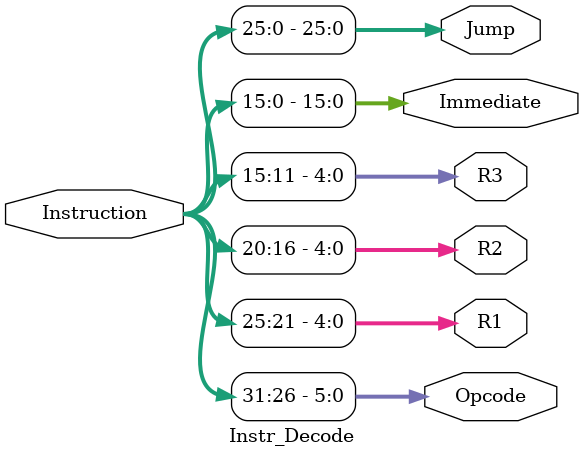
<source format=v>
module Instr_Decode(
	Instruction, Opcode, R1, R2, R3, Immediate, Jump
    );

input [31:0] Instruction;
output [5:0] Opcode;
output [4:0] R1;
output [4:0] R2;
output [4:0] R3;
output [15:0] Immediate;
output [25:0] Jump;

assign Opcode = Instruction [31:26];
assign R1 = Instruction[25:21];
assign R2 = Instruction[20:16];
assign R3 = Instruction[15:11];
assign Immediate = Instruction[15:0];
assign Jump = Instruction[25:0];





endmodule
</source>
